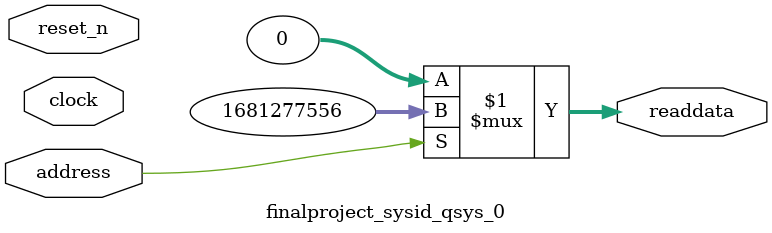
<source format=v>



// synthesis translate_off
`timescale 1ns / 1ps
// synthesis translate_on

// turn off superfluous verilog processor warnings 
// altera message_level Level1 
// altera message_off 10034 10035 10036 10037 10230 10240 10030 

module finalproject_sysid_qsys_0 (
               // inputs:
                address,
                clock,
                reset_n,

               // outputs:
                readdata
             )
;

  output  [ 31: 0] readdata;
  input            address;
  input            clock;
  input            reset_n;

  wire    [ 31: 0] readdata;
  //control_slave, which is an e_avalon_slave
  assign readdata = address ? 1681277556 : 0;

endmodule



</source>
